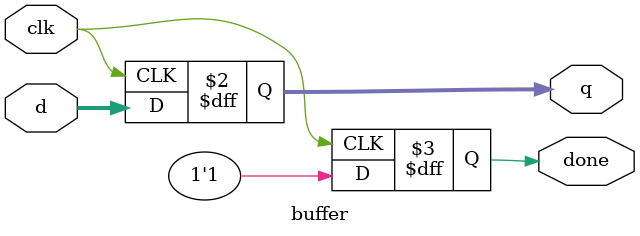
<source format=v>
`timescale 1ns / 1ps

module buffer
#(parameter SIZE=32)
(
    input [SIZE-1:0] d,
    output reg [SIZE-1:0] q,
    output reg done,
    input clk
    );
//    integer k=0;
    always@(posedge clk) begin
//        if (k < 10) begin
//            k <= k+1;
//        end else begin
//            k <= 0;
            q <= d;
            done <= 1'b1;
//            end
    end
endmodule

</source>
